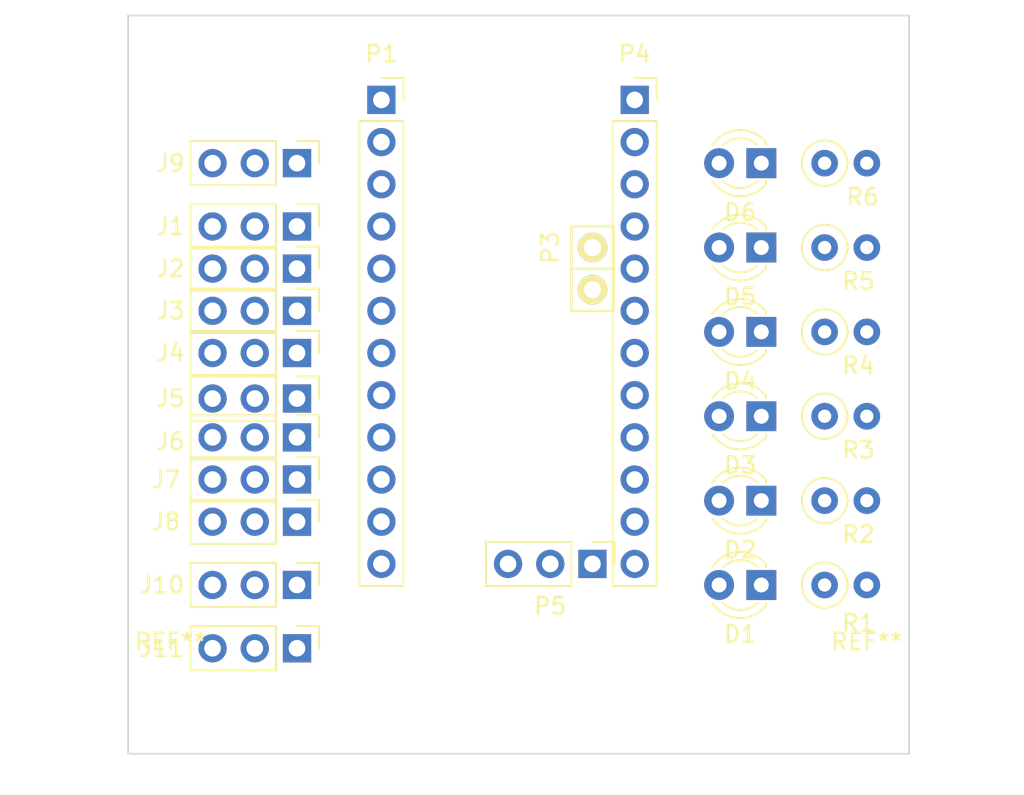
<source format=kicad_pcb>
(kicad_pcb (version 20171130) (host pcbnew "(5.1.5)-3")

  (general
    (thickness 1.6)
    (drawings 11)
    (tracks 0)
    (zones 0)
    (modules 31)
    (nets 26)
  )

  (page A4)
  (title_block
    (date 2020-06-12)
  )

  (layers
    (0 F.Cu signal)
    (31 B.Cu signal hide)
    (32 B.Adhes user hide)
    (33 F.Adhes user hide)
    (34 B.Paste user hide)
    (35 F.Paste user hide)
    (36 B.SilkS user hide)
    (37 F.SilkS user hide)
    (38 B.Mask user hide)
    (39 F.Mask user hide)
    (40 Dwgs.User user hide)
    (41 Cmts.User user hide)
    (42 Eco1.User user hide)
    (43 Eco2.User user hide)
    (44 Edge.Cuts user)
    (45 Margin user hide)
    (46 B.CrtYd user hide)
    (47 F.CrtYd user hide)
    (48 B.Fab user hide)
    (49 F.Fab user)
  )

  (setup
    (last_trace_width 0.25)
    (trace_clearance 0.2)
    (zone_clearance 0.508)
    (zone_45_only no)
    (trace_min 0.2)
    (via_size 0.6)
    (via_drill 0.4)
    (via_min_size 0.4)
    (via_min_drill 0.3)
    (uvia_size 0.3)
    (uvia_drill 0.1)
    (uvias_allowed no)
    (uvia_min_size 0.2)
    (uvia_min_drill 0.1)
    (edge_width 0.1)
    (segment_width 0.15)
    (pcb_text_width 0.3)
    (pcb_text_size 1.5 1.5)
    (mod_edge_width 0.15)
    (mod_text_size 1 1)
    (mod_text_width 0.15)
    (pad_size 1.5 1.5)
    (pad_drill 0.6)
    (pad_to_mask_clearance 0)
    (aux_axis_origin 111.76 124.46)
    (grid_origin 111.76 124.46)
    (visible_elements 7FFFFFFF)
    (pcbplotparams
      (layerselection 0x00030_80000001)
      (usegerberextensions false)
      (usegerberattributes false)
      (usegerberadvancedattributes false)
      (creategerberjobfile false)
      (excludeedgelayer true)
      (linewidth 0.100000)
      (plotframeref false)
      (viasonmask false)
      (mode 1)
      (useauxorigin false)
      (hpglpennumber 1)
      (hpglpenspeed 20)
      (hpglpendiameter 15.000000)
      (psnegative false)
      (psa4output false)
      (plotreference true)
      (plotvalue true)
      (plotinvisibletext false)
      (padsonsilk false)
      (subtractmaskfromsilk false)
      (outputformat 1)
      (mirror false)
      (drillshape 1)
      (scaleselection 1)
      (outputdirectory ""))
  )

  (net 0 "")
  (net 1 GND)
  (net 2 /A3)
  (net 3 /A2)
  (net 4 /A1)
  (net 5 /A0)
  (net 6 /D2)
  (net 7 /D3)
  (net 8 /D4)
  (net 9 /D5)
  (net 10 /D6)
  (net 11 /D7)
  (net 12 /D8)
  (net 13 /D9)
  (net 14 /D10)
  (net 15 /D11)
  (net 16 +5V)
  (net 17 "Net-(D1-Pad1)")
  (net 18 "Net-(D2-Pad1)")
  (net 19 "Net-(D3-Pad1)")
  (net 20 "Net-(D4-Pad1)")
  (net 21 "Net-(D5-Pad1)")
  (net 22 "Net-(D6-Pad1)")
  (net 23 /D0)
  (net 24 /D1)
  (net 25 /A7)

  (net_class Default "This is the default net class."
    (clearance 0.2)
    (trace_width 0.25)
    (via_dia 0.6)
    (via_drill 0.4)
    (uvia_dia 0.3)
    (uvia_drill 0.1)
    (add_net +5V)
    (add_net /A0)
    (add_net /A1)
    (add_net /A2)
    (add_net /A3)
    (add_net /A7)
    (add_net /D0)
    (add_net /D1)
    (add_net /D10)
    (add_net /D11)
    (add_net /D2)
    (add_net /D3)
    (add_net /D4)
    (add_net /D5)
    (add_net /D6)
    (add_net /D7)
    (add_net /D8)
    (add_net /D9)
    (add_net GND)
    (add_net "Net-(D1-Pad1)")
    (add_net "Net-(D2-Pad1)")
    (add_net "Net-(D3-Pad1)")
    (add_net "Net-(D4-Pad1)")
    (add_net "Net-(D5-Pad1)")
    (add_net "Net-(D6-Pad1)")
  )

  (module MountingHole:MountingHole_3.2mm_M3 locked (layer F.Cu) (tedit 56D1B4CB) (tstamp 5EE425E2)
    (at 114.3 121.92)
    (descr "Mounting Hole 3.2mm, no annular, M3")
    (tags "mounting hole 3.2mm no annular m3")
    (attr virtual)
    (fp_text reference REF** (at 0 -4.2) (layer F.SilkS)
      (effects (font (size 1 1) (thickness 0.15)))
    )
    (fp_text value MountingHole_3.2mm_M3 (at 0 4.2) (layer F.Fab)
      (effects (font (size 1 1) (thickness 0.15)))
    )
    (fp_circle (center 0 0) (end 3.45 0) (layer F.CrtYd) (width 0.05))
    (fp_circle (center 0 0) (end 3.2 0) (layer Cmts.User) (width 0.15))
    (fp_text user %R (at 0.3 0) (layer F.Fab)
      (effects (font (size 1 1) (thickness 0.15)))
    )
    (pad 1 np_thru_hole circle (at 0 0) (size 3.2 3.2) (drill 3.2) (layers *.Cu *.Mask))
  )

  (module MountingHole:MountingHole_3.2mm_M3 locked (layer F.Cu) (tedit 56D1B4CB) (tstamp 5EE425BE)
    (at 156.21 121.92)
    (descr "Mounting Hole 3.2mm, no annular, M3")
    (tags "mounting hole 3.2mm no annular m3")
    (attr virtual)
    (fp_text reference REF** (at 0 -4.2) (layer F.SilkS)
      (effects (font (size 1 1) (thickness 0.15)))
    )
    (fp_text value MountingHole_3.2mm_M3 (at 0 4.2) (layer F.Fab)
      (effects (font (size 1 1) (thickness 0.15)))
    )
    (fp_circle (center 0 0) (end 3.45 0) (layer F.CrtYd) (width 0.05))
    (fp_circle (center 0 0) (end 3.2 0) (layer Cmts.User) (width 0.15))
    (fp_text user %R (at 0.3 0) (layer F.Fab)
      (effects (font (size 1 1) (thickness 0.15)))
    )
    (pad 1 np_thru_hole circle (at 0 0) (size 3.2 3.2) (drill 3.2) (layers *.Cu *.Mask))
  )

  (module MountingHole:MountingHole_3.2mm_M3 locked (layer F.Cu) (tedit 56D1B4CB) (tstamp 5EE4259A)
    (at 156.21 82.55)
    (descr "Mounting Hole 3.2mm, no annular, M3")
    (tags "mounting hole 3.2mm no annular m3")
    (attr virtual)
    (fp_text reference REF** (at 0 -4.2) (layer F.SilkS)
      (effects (font (size 1 1) (thickness 0.15)))
    )
    (fp_text value MountingHole_3.2mm_M3 (at 0 4.2) (layer F.Fab)
      (effects (font (size 1 1) (thickness 0.15)))
    )
    (fp_circle (center 0 0) (end 3.45 0) (layer F.CrtYd) (width 0.05))
    (fp_circle (center 0 0) (end 3.2 0) (layer Cmts.User) (width 0.15))
    (fp_text user %R (at 0.3 0) (layer F.Fab)
      (effects (font (size 1 1) (thickness 0.15)))
    )
    (pad 1 np_thru_hole circle (at 0 0) (size 3.2 3.2) (drill 3.2) (layers *.Cu *.Mask))
  )

  (module MountingHole:MountingHole_3.2mm_M3 locked (layer F.Cu) (tedit 56D1B4CB) (tstamp 5EE42576)
    (at 114.3 82.55)
    (descr "Mounting Hole 3.2mm, no annular, M3")
    (tags "mounting hole 3.2mm no annular m3")
    (attr virtual)
    (fp_text reference REF** (at 0 -4.2) (layer F.SilkS)
      (effects (font (size 1 1) (thickness 0.15)))
    )
    (fp_text value MountingHole_3.2mm_M3 (at 0 4.2) (layer F.Fab)
      (effects (font (size 1 1) (thickness 0.15)))
    )
    (fp_circle (center 0 0) (end 3.45 0) (layer F.CrtYd) (width 0.05))
    (fp_circle (center 0 0) (end 3.2 0) (layer Cmts.User) (width 0.15))
    (fp_text user %R (at 0.3 0) (layer F.Fab)
      (effects (font (size 1 1) (thickness 0.15)))
    )
    (pad 1 np_thru_hole circle (at 0 0) (size 3.2 3.2) (drill 3.2) (layers *.Cu *.Mask))
  )

  (module Socket_Arduino_Pro_Mini:Socket_Strip_Arduino_1x02 locked (layer F.Cu) (tedit 55211235) (tstamp 552111F2)
    (at 139.7 93.98 270)
    (descr "Through hole socket strip")
    (tags "socket strip")
    (path /56D74FB3)
    (fp_text reference P3 (at 0 2.54 270) (layer F.SilkS)
      (effects (font (size 1 1) (thickness 0.15)))
    )
    (fp_text value ADC (at 2.54 2.54 270) (layer F.Fab)
      (effects (font (size 1 1) (thickness 0.15)))
    )
    (fp_line (start 1.27 -1.27) (end -1.27 -1.27) (layer F.SilkS) (width 0.15))
    (fp_line (start -1.27 -1.27) (end -1.27 1.27) (layer F.SilkS) (width 0.15))
    (fp_line (start -1.27 1.27) (end 1.27 1.27) (layer F.SilkS) (width 0.15))
    (fp_line (start 3.81 1.27) (end 1.27 1.27) (layer F.SilkS) (width 0.15))
    (fp_line (start -1.75 -1.75) (end -1.75 1.75) (layer F.CrtYd) (width 0.05))
    (fp_line (start 4.3 -1.75) (end 4.3 1.75) (layer F.CrtYd) (width 0.05))
    (fp_line (start -1.75 -1.75) (end 4.3 -1.75) (layer F.CrtYd) (width 0.05))
    (fp_line (start -1.75 1.75) (end 4.3 1.75) (layer F.CrtYd) (width 0.05))
    (fp_line (start 1.27 1.27) (end 1.27 -1.27) (layer F.SilkS) (width 0.15))
    (fp_line (start 1.27 -1.27) (end 3.81 -1.27) (layer F.SilkS) (width 0.15))
    (fp_line (start 3.81 -1.27) (end 3.81 1.27) (layer F.SilkS) (width 0.15))
    (pad 1 thru_hole circle (at 0 0 270) (size 1.778 1.778) (drill 1.016) (layers *.Cu *.Mask F.SilkS))
    (pad 2 thru_hole circle (at 2.54 0 270) (size 1.778 1.778) (drill 1.016) (layers *.Cu *.Mask F.SilkS))
  )

  (module Connector_PinHeader_2.54mm:PinHeader_1x03_P2.54mm_Vertical (layer F.Cu) (tedit 59FED5CC) (tstamp 5EC5C36A)
    (at 121.92 92.71 270)
    (descr "Through hole straight pin header, 1x03, 2.54mm pitch, single row")
    (tags "Through hole pin header THT 1x03 2.54mm single row")
    (path /5EC91016)
    (fp_text reference J1 (at 0 7.62 180) (layer F.SilkS)
      (effects (font (size 1 1) (thickness 0.15)))
    )
    (fp_text value "Rx Output" (at 0 11.43 180) (layer F.Fab)
      (effects (font (size 1 1) (thickness 0.15)))
    )
    (fp_line (start -0.635 -1.27) (end 1.27 -1.27) (layer F.Fab) (width 0.1))
    (fp_line (start 1.27 -1.27) (end 1.27 6.35) (layer F.Fab) (width 0.1))
    (fp_line (start 1.27 6.35) (end -1.27 6.35) (layer F.Fab) (width 0.1))
    (fp_line (start -1.27 6.35) (end -1.27 -0.635) (layer F.Fab) (width 0.1))
    (fp_line (start -1.27 -0.635) (end -0.635 -1.27) (layer F.Fab) (width 0.1))
    (fp_line (start -1.33 6.41) (end 1.33 6.41) (layer F.SilkS) (width 0.12))
    (fp_line (start -1.33 1.27) (end -1.33 6.41) (layer F.SilkS) (width 0.12))
    (fp_line (start 1.33 1.27) (end 1.33 6.41) (layer F.SilkS) (width 0.12))
    (fp_line (start -1.33 1.27) (end 1.33 1.27) (layer F.SilkS) (width 0.12))
    (fp_line (start -1.33 0) (end -1.33 -1.33) (layer F.SilkS) (width 0.12))
    (fp_line (start -1.33 -1.33) (end 0 -1.33) (layer F.SilkS) (width 0.12))
    (fp_line (start -1.8 -1.8) (end -1.8 6.85) (layer F.CrtYd) (width 0.05))
    (fp_line (start -1.8 6.85) (end 1.8 6.85) (layer F.CrtYd) (width 0.05))
    (fp_line (start 1.8 6.85) (end 1.8 -1.8) (layer F.CrtYd) (width 0.05))
    (fp_line (start 1.8 -1.8) (end -1.8 -1.8) (layer F.CrtYd) (width 0.05))
    (fp_text user %R (at 0 2.54) (layer F.Fab)
      (effects (font (size 1 1) (thickness 0.15)))
    )
    (pad 1 thru_hole rect (at 0 0 270) (size 1.7 1.7) (drill 1) (layers *.Cu *.Mask)
      (net 23 /D0))
    (pad 2 thru_hole oval (at 0 2.54 270) (size 1.7 1.7) (drill 1) (layers *.Cu *.Mask)
      (net 16 +5V))
    (pad 3 thru_hole oval (at 0 5.08 270) (size 1.7 1.7) (drill 1) (layers *.Cu *.Mask)
      (net 1 GND))
    (model ${KISYS3DMOD}/Connector_PinHeader_2.54mm.3dshapes/PinHeader_1x03_P2.54mm_Vertical.wrl
      (at (xyz 0 0 0))
      (scale (xyz 1 1 1))
      (rotate (xyz 0 0 0))
    )
  )

  (module Connector_PinSocket_2.54mm:PinSocket_1x12_P2.54mm_Vertical locked (layer F.Cu) (tedit 5A19A41D) (tstamp 5EC5C00B)
    (at 127 85.09)
    (descr "Through hole straight socket strip, 1x12, 2.54mm pitch, single row (from Kicad 4.0.7), script generated")
    (tags "Through hole socket strip THT 1x12 2.54mm single row")
    (path /56D754D1)
    (fp_text reference P1 (at 0 -2.77) (layer F.SilkS)
      (effects (font (size 1 1) (thickness 0.15)))
    )
    (fp_text value Digital (at 0 30.71) (layer F.Fab)
      (effects (font (size 1 1) (thickness 0.15)))
    )
    (fp_line (start -1.27 -1.27) (end 0.635 -1.27) (layer F.Fab) (width 0.1))
    (fp_line (start 0.635 -1.27) (end 1.27 -0.635) (layer F.Fab) (width 0.1))
    (fp_line (start 1.27 -0.635) (end 1.27 29.21) (layer F.Fab) (width 0.1))
    (fp_line (start 1.27 29.21) (end -1.27 29.21) (layer F.Fab) (width 0.1))
    (fp_line (start -1.27 29.21) (end -1.27 -1.27) (layer F.Fab) (width 0.1))
    (fp_line (start -1.33 1.27) (end 1.33 1.27) (layer F.SilkS) (width 0.12))
    (fp_line (start -1.33 1.27) (end -1.33 29.27) (layer F.SilkS) (width 0.12))
    (fp_line (start -1.33 29.27) (end 1.33 29.27) (layer F.SilkS) (width 0.12))
    (fp_line (start 1.33 1.27) (end 1.33 29.27) (layer F.SilkS) (width 0.12))
    (fp_line (start 1.33 -1.33) (end 1.33 0) (layer F.SilkS) (width 0.12))
    (fp_line (start 0 -1.33) (end 1.33 -1.33) (layer F.SilkS) (width 0.12))
    (fp_line (start -1.8 -1.8) (end 1.75 -1.8) (layer F.CrtYd) (width 0.05))
    (fp_line (start 1.75 -1.8) (end 1.75 29.7) (layer F.CrtYd) (width 0.05))
    (fp_line (start 1.75 29.7) (end -1.8 29.7) (layer F.CrtYd) (width 0.05))
    (fp_line (start -1.8 29.7) (end -1.8 -1.8) (layer F.CrtYd) (width 0.05))
    (fp_text user %R (at 0 13.97 90) (layer F.Fab)
      (effects (font (size 1 1) (thickness 0.15)))
    )
    (pad 1 thru_hole rect (at 0 0) (size 1.7 1.7) (drill 1) (layers *.Cu *.Mask)
      (net 24 /D1))
    (pad 2 thru_hole oval (at 0 2.54) (size 1.7 1.7) (drill 1) (layers *.Cu *.Mask)
      (net 23 /D0))
    (pad 3 thru_hole oval (at 0 5.08) (size 1.7 1.7) (drill 1) (layers *.Cu *.Mask))
    (pad 4 thru_hole oval (at 0 7.62) (size 1.7 1.7) (drill 1) (layers *.Cu *.Mask)
      (net 1 GND))
    (pad 5 thru_hole oval (at 0 10.16) (size 1.7 1.7) (drill 1) (layers *.Cu *.Mask)
      (net 6 /D2))
    (pad 6 thru_hole oval (at 0 12.7) (size 1.7 1.7) (drill 1) (layers *.Cu *.Mask)
      (net 7 /D3))
    (pad 7 thru_hole oval (at 0 15.24) (size 1.7 1.7) (drill 1) (layers *.Cu *.Mask)
      (net 8 /D4))
    (pad 8 thru_hole oval (at 0 17.78) (size 1.7 1.7) (drill 1) (layers *.Cu *.Mask)
      (net 9 /D5))
    (pad 9 thru_hole oval (at 0 20.32) (size 1.7 1.7) (drill 1) (layers *.Cu *.Mask)
      (net 10 /D6))
    (pad 10 thru_hole oval (at 0 22.86) (size 1.7 1.7) (drill 1) (layers *.Cu *.Mask)
      (net 11 /D7))
    (pad 11 thru_hole oval (at 0 25.4) (size 1.7 1.7) (drill 1) (layers *.Cu *.Mask)
      (net 12 /D8))
    (pad 12 thru_hole oval (at 0 27.94) (size 1.7 1.7) (drill 1) (layers *.Cu *.Mask)
      (net 13 /D9))
    (model ${KISYS3DMOD}/Connector_PinSocket_2.54mm.3dshapes/PinSocket_1x12_P2.54mm_Vertical.wrl
      (at (xyz 0 0 0))
      (scale (xyz 1 1 1))
      (rotate (xyz 0 0 0))
    )
  )

  (module Connector_PinSocket_2.54mm:PinSocket_1x12_P2.54mm_Vertical locked (layer F.Cu) (tedit 5A19A41D) (tstamp 5EC5C02A)
    (at 142.24 85.09)
    (descr "Through hole straight socket strip, 1x12, 2.54mm pitch, single row (from Kicad 4.0.7), script generated")
    (tags "Through hole socket strip THT 1x12 2.54mm single row")
    (path /56D755F3)
    (fp_text reference P4 (at 0 -2.77) (layer F.SilkS)
      (effects (font (size 1 1) (thickness 0.15)))
    )
    (fp_text value Analog (at 0 30.71) (layer F.Fab)
      (effects (font (size 1 1) (thickness 0.15)))
    )
    (fp_text user %R (at 0 13.97 90) (layer F.Fab)
      (effects (font (size 1 1) (thickness 0.15)))
    )
    (fp_line (start -1.8 29.7) (end -1.8 -1.8) (layer F.CrtYd) (width 0.05))
    (fp_line (start 1.75 29.7) (end -1.8 29.7) (layer F.CrtYd) (width 0.05))
    (fp_line (start 1.75 -1.8) (end 1.75 29.7) (layer F.CrtYd) (width 0.05))
    (fp_line (start -1.8 -1.8) (end 1.75 -1.8) (layer F.CrtYd) (width 0.05))
    (fp_line (start 0 -1.33) (end 1.33 -1.33) (layer F.SilkS) (width 0.12))
    (fp_line (start 1.33 -1.33) (end 1.33 0) (layer F.SilkS) (width 0.12))
    (fp_line (start 1.33 1.27) (end 1.33 29.27) (layer F.SilkS) (width 0.12))
    (fp_line (start -1.33 29.27) (end 1.33 29.27) (layer F.SilkS) (width 0.12))
    (fp_line (start -1.33 1.27) (end -1.33 29.27) (layer F.SilkS) (width 0.12))
    (fp_line (start -1.33 1.27) (end 1.33 1.27) (layer F.SilkS) (width 0.12))
    (fp_line (start -1.27 29.21) (end -1.27 -1.27) (layer F.Fab) (width 0.1))
    (fp_line (start 1.27 29.21) (end -1.27 29.21) (layer F.Fab) (width 0.1))
    (fp_line (start 1.27 -0.635) (end 1.27 29.21) (layer F.Fab) (width 0.1))
    (fp_line (start 0.635 -1.27) (end 1.27 -0.635) (layer F.Fab) (width 0.1))
    (fp_line (start -1.27 -1.27) (end 0.635 -1.27) (layer F.Fab) (width 0.1))
    (pad 12 thru_hole oval (at 0 27.94) (size 1.7 1.7) (drill 1) (layers *.Cu *.Mask)
      (net 14 /D10))
    (pad 11 thru_hole oval (at 0 25.4) (size 1.7 1.7) (drill 1) (layers *.Cu *.Mask)
      (net 15 /D11))
    (pad 10 thru_hole oval (at 0 22.86) (size 1.7 1.7) (drill 1) (layers *.Cu *.Mask))
    (pad 9 thru_hole oval (at 0 20.32) (size 1.7 1.7) (drill 1) (layers *.Cu *.Mask))
    (pad 8 thru_hole oval (at 0 17.78) (size 1.7 1.7) (drill 1) (layers *.Cu *.Mask)
      (net 5 /A0))
    (pad 7 thru_hole oval (at 0 15.24) (size 1.7 1.7) (drill 1) (layers *.Cu *.Mask)
      (net 4 /A1))
    (pad 6 thru_hole oval (at 0 12.7) (size 1.7 1.7) (drill 1) (layers *.Cu *.Mask)
      (net 3 /A2))
    (pad 5 thru_hole oval (at 0 10.16) (size 1.7 1.7) (drill 1) (layers *.Cu *.Mask)
      (net 2 /A3))
    (pad 4 thru_hole oval (at 0 7.62) (size 1.7 1.7) (drill 1) (layers *.Cu *.Mask)
      (net 16 +5V))
    (pad 3 thru_hole oval (at 0 5.08) (size 1.7 1.7) (drill 1) (layers *.Cu *.Mask)
      (net 1 GND))
    (pad 2 thru_hole oval (at 0 2.54) (size 1.7 1.7) (drill 1) (layers *.Cu *.Mask))
    (pad 1 thru_hole rect (at 0 0) (size 1.7 1.7) (drill 1) (layers *.Cu *.Mask))
    (model ${KISYS3DMOD}/Connector_PinSocket_2.54mm.3dshapes/PinSocket_1x12_P2.54mm_Vertical.wrl
      (at (xyz 0 0 0))
      (scale (xyz 1 1 1))
      (rotate (xyz 0 0 0))
    )
  )

  (module LED_THT:LED_D3.0mm (layer F.Cu) (tedit 587A3A7B) (tstamp 5EE4023B)
    (at 149.86 114.3 180)
    (descr "LED, diameter 3.0mm, 2 pins")
    (tags "LED diameter 3.0mm 2 pins")
    (path /5EE77163)
    (fp_text reference D1 (at 1.27 -2.96) (layer F.SilkS)
      (effects (font (size 1 1) (thickness 0.15)))
    )
    (fp_text value RED1 (at 1.27 -3.048) (layer F.Fab)
      (effects (font (size 1 1) (thickness 0.15)))
    )
    (fp_arc (start 1.27 0) (end -0.23 -1.16619) (angle 284.3) (layer F.Fab) (width 0.1))
    (fp_arc (start 1.27 0) (end -0.29 -1.235516) (angle 108.8) (layer F.SilkS) (width 0.12))
    (fp_arc (start 1.27 0) (end -0.29 1.235516) (angle -108.8) (layer F.SilkS) (width 0.12))
    (fp_arc (start 1.27 0) (end 0.229039 -1.08) (angle 87.9) (layer F.SilkS) (width 0.12))
    (fp_arc (start 1.27 0) (end 0.229039 1.08) (angle -87.9) (layer F.SilkS) (width 0.12))
    (fp_circle (center 1.27 0) (end 2.77 0) (layer F.Fab) (width 0.1))
    (fp_line (start -0.23 -1.16619) (end -0.23 1.16619) (layer F.Fab) (width 0.1))
    (fp_line (start -0.29 -1.236) (end -0.29 -1.08) (layer F.SilkS) (width 0.12))
    (fp_line (start -0.29 1.08) (end -0.29 1.236) (layer F.SilkS) (width 0.12))
    (fp_line (start -1.15 -2.25) (end -1.15 2.25) (layer F.CrtYd) (width 0.05))
    (fp_line (start -1.15 2.25) (end 3.7 2.25) (layer F.CrtYd) (width 0.05))
    (fp_line (start 3.7 2.25) (end 3.7 -2.25) (layer F.CrtYd) (width 0.05))
    (fp_line (start 3.7 -2.25) (end -1.15 -2.25) (layer F.CrtYd) (width 0.05))
    (pad 1 thru_hole rect (at 0 0 180) (size 1.8 1.8) (drill 0.9) (layers *.Cu *.Mask)
      (net 17 "Net-(D1-Pad1)"))
    (pad 2 thru_hole circle (at 2.54 0 180) (size 1.8 1.8) (drill 0.9) (layers *.Cu *.Mask)
      (net 14 /D10))
    (model ${KISYS3DMOD}/LED_THT.3dshapes/LED_D3.0mm.wrl
      (at (xyz 0 0 0))
      (scale (xyz 1 1 1))
      (rotate (xyz 0 0 0))
    )
  )

  (module LED_THT:LED_D3.0mm (layer F.Cu) (tedit 587A3A7B) (tstamp 5EE4024E)
    (at 149.86 109.22 180)
    (descr "LED, diameter 3.0mm, 2 pins")
    (tags "LED diameter 3.0mm 2 pins")
    (path /5EE7CEE8)
    (fp_text reference D2 (at 1.27 -2.96) (layer F.SilkS)
      (effects (font (size 1 1) (thickness 0.15)))
    )
    (fp_text value RED2 (at 1.27 -2.794) (layer F.Fab)
      (effects (font (size 1 1) (thickness 0.15)))
    )
    (fp_line (start 3.7 -2.25) (end -1.15 -2.25) (layer F.CrtYd) (width 0.05))
    (fp_line (start 3.7 2.25) (end 3.7 -2.25) (layer F.CrtYd) (width 0.05))
    (fp_line (start -1.15 2.25) (end 3.7 2.25) (layer F.CrtYd) (width 0.05))
    (fp_line (start -1.15 -2.25) (end -1.15 2.25) (layer F.CrtYd) (width 0.05))
    (fp_line (start -0.29 1.08) (end -0.29 1.236) (layer F.SilkS) (width 0.12))
    (fp_line (start -0.29 -1.236) (end -0.29 -1.08) (layer F.SilkS) (width 0.12))
    (fp_line (start -0.23 -1.16619) (end -0.23 1.16619) (layer F.Fab) (width 0.1))
    (fp_circle (center 1.27 0) (end 2.77 0) (layer F.Fab) (width 0.1))
    (fp_arc (start 1.27 0) (end 0.229039 1.08) (angle -87.9) (layer F.SilkS) (width 0.12))
    (fp_arc (start 1.27 0) (end 0.229039 -1.08) (angle 87.9) (layer F.SilkS) (width 0.12))
    (fp_arc (start 1.27 0) (end -0.29 1.235516) (angle -108.8) (layer F.SilkS) (width 0.12))
    (fp_arc (start 1.27 0) (end -0.29 -1.235516) (angle 108.8) (layer F.SilkS) (width 0.12))
    (fp_arc (start 1.27 0) (end -0.23 -1.16619) (angle 284.3) (layer F.Fab) (width 0.1))
    (pad 2 thru_hole circle (at 2.54 0 180) (size 1.8 1.8) (drill 0.9) (layers *.Cu *.Mask)
      (net 15 /D11))
    (pad 1 thru_hole rect (at 0 0 180) (size 1.8 1.8) (drill 0.9) (layers *.Cu *.Mask)
      (net 18 "Net-(D2-Pad1)"))
    (model ${KISYS3DMOD}/LED_THT.3dshapes/LED_D3.0mm.wrl
      (at (xyz 0 0 0))
      (scale (xyz 1 1 1))
      (rotate (xyz 0 0 0))
    )
  )

  (module LED_THT:LED_D3.0mm (layer F.Cu) (tedit 587A3A7B) (tstamp 5EE40261)
    (at 149.86 104.14 180)
    (descr "LED, diameter 3.0mm, 2 pins")
    (tags "LED diameter 3.0mm 2 pins")
    (path /5EEA272F)
    (fp_text reference D3 (at 1.27 -2.96) (layer F.SilkS)
      (effects (font (size 1 1) (thickness 0.15)))
    )
    (fp_text value GREEN1 (at 1.016 -2.286) (layer F.Fab)
      (effects (font (size 1 1) (thickness 0.15)))
    )
    (fp_line (start 3.7 -2.25) (end -1.15 -2.25) (layer F.CrtYd) (width 0.05))
    (fp_line (start 3.7 2.25) (end 3.7 -2.25) (layer F.CrtYd) (width 0.05))
    (fp_line (start -1.15 2.25) (end 3.7 2.25) (layer F.CrtYd) (width 0.05))
    (fp_line (start -1.15 -2.25) (end -1.15 2.25) (layer F.CrtYd) (width 0.05))
    (fp_line (start -0.29 1.08) (end -0.29 1.236) (layer F.SilkS) (width 0.12))
    (fp_line (start -0.29 -1.236) (end -0.29 -1.08) (layer F.SilkS) (width 0.12))
    (fp_line (start -0.23 -1.16619) (end -0.23 1.16619) (layer F.Fab) (width 0.1))
    (fp_circle (center 1.27 0) (end 2.77 0) (layer F.Fab) (width 0.1))
    (fp_arc (start 1.27 0) (end 0.229039 1.08) (angle -87.9) (layer F.SilkS) (width 0.12))
    (fp_arc (start 1.27 0) (end 0.229039 -1.08) (angle 87.9) (layer F.SilkS) (width 0.12))
    (fp_arc (start 1.27 0) (end -0.29 1.235516) (angle -108.8) (layer F.SilkS) (width 0.12))
    (fp_arc (start 1.27 0) (end -0.29 -1.235516) (angle 108.8) (layer F.SilkS) (width 0.12))
    (fp_arc (start 1.27 0) (end -0.23 -1.16619) (angle 284.3) (layer F.Fab) (width 0.1))
    (pad 2 thru_hole circle (at 2.54 0 180) (size 1.8 1.8) (drill 0.9) (layers *.Cu *.Mask)
      (net 5 /A0))
    (pad 1 thru_hole rect (at 0 0 180) (size 1.8 1.8) (drill 0.9) (layers *.Cu *.Mask)
      (net 19 "Net-(D3-Pad1)"))
    (model ${KISYS3DMOD}/LED_THT.3dshapes/LED_D3.0mm.wrl
      (at (xyz 0 0 0))
      (scale (xyz 1 1 1))
      (rotate (xyz 0 0 0))
    )
  )

  (module LED_THT:LED_D3.0mm (layer F.Cu) (tedit 587A3A7B) (tstamp 5EE40274)
    (at 149.86 99.06 180)
    (descr "LED, diameter 3.0mm, 2 pins")
    (tags "LED diameter 3.0mm 2 pins")
    (path /5EEA2743)
    (fp_text reference D4 (at 1.27 -2.96) (layer F.SilkS)
      (effects (font (size 1 1) (thickness 0.15)))
    )
    (fp_text value GREEN2 (at 1.016 -2.54) (layer F.Fab)
      (effects (font (size 1 1) (thickness 0.15)))
    )
    (fp_arc (start 1.27 0) (end -0.23 -1.16619) (angle 284.3) (layer F.Fab) (width 0.1))
    (fp_arc (start 1.27 0) (end -0.29 -1.235516) (angle 108.8) (layer F.SilkS) (width 0.12))
    (fp_arc (start 1.27 0) (end -0.29 1.235516) (angle -108.8) (layer F.SilkS) (width 0.12))
    (fp_arc (start 1.27 0) (end 0.229039 -1.08) (angle 87.9) (layer F.SilkS) (width 0.12))
    (fp_arc (start 1.27 0) (end 0.229039 1.08) (angle -87.9) (layer F.SilkS) (width 0.12))
    (fp_circle (center 1.27 0) (end 2.77 0) (layer F.Fab) (width 0.1))
    (fp_line (start -0.23 -1.16619) (end -0.23 1.16619) (layer F.Fab) (width 0.1))
    (fp_line (start -0.29 -1.236) (end -0.29 -1.08) (layer F.SilkS) (width 0.12))
    (fp_line (start -0.29 1.08) (end -0.29 1.236) (layer F.SilkS) (width 0.12))
    (fp_line (start -1.15 -2.25) (end -1.15 2.25) (layer F.CrtYd) (width 0.05))
    (fp_line (start -1.15 2.25) (end 3.7 2.25) (layer F.CrtYd) (width 0.05))
    (fp_line (start 3.7 2.25) (end 3.7 -2.25) (layer F.CrtYd) (width 0.05))
    (fp_line (start 3.7 -2.25) (end -1.15 -2.25) (layer F.CrtYd) (width 0.05))
    (pad 1 thru_hole rect (at 0 0 180) (size 1.8 1.8) (drill 0.9) (layers *.Cu *.Mask)
      (net 20 "Net-(D4-Pad1)"))
    (pad 2 thru_hole circle (at 2.54 0 180) (size 1.8 1.8) (drill 0.9) (layers *.Cu *.Mask)
      (net 4 /A1))
    (model ${KISYS3DMOD}/LED_THT.3dshapes/LED_D3.0mm.wrl
      (at (xyz 0 0 0))
      (scale (xyz 1 1 1))
      (rotate (xyz 0 0 0))
    )
  )

  (module LED_THT:LED_D3.0mm (layer F.Cu) (tedit 587A3A7B) (tstamp 5EE40287)
    (at 149.86 93.98 180)
    (descr "LED, diameter 3.0mm, 2 pins")
    (tags "LED diameter 3.0mm 2 pins")
    (path /5EE9D094)
    (fp_text reference D5 (at 1.27 -2.96) (layer F.SilkS)
      (effects (font (size 1 1) (thickness 0.15)))
    )
    (fp_text value YELLOW1 (at 1.016 -2.54) (layer F.Fab)
      (effects (font (size 1 1) (thickness 0.15)))
    )
    (fp_line (start 3.7 -2.25) (end -1.15 -2.25) (layer F.CrtYd) (width 0.05))
    (fp_line (start 3.7 2.25) (end 3.7 -2.25) (layer F.CrtYd) (width 0.05))
    (fp_line (start -1.15 2.25) (end 3.7 2.25) (layer F.CrtYd) (width 0.05))
    (fp_line (start -1.15 -2.25) (end -1.15 2.25) (layer F.CrtYd) (width 0.05))
    (fp_line (start -0.29 1.08) (end -0.29 1.236) (layer F.SilkS) (width 0.12))
    (fp_line (start -0.29 -1.236) (end -0.29 -1.08) (layer F.SilkS) (width 0.12))
    (fp_line (start -0.23 -1.16619) (end -0.23 1.16619) (layer F.Fab) (width 0.1))
    (fp_circle (center 1.27 0) (end 2.77 0) (layer F.Fab) (width 0.1))
    (fp_arc (start 1.27 0) (end 0.229039 1.08) (angle -87.9) (layer F.SilkS) (width 0.12))
    (fp_arc (start 1.27 0) (end 0.229039 -1.08) (angle 87.9) (layer F.SilkS) (width 0.12))
    (fp_arc (start 1.27 0) (end -0.29 1.235516) (angle -108.8) (layer F.SilkS) (width 0.12))
    (fp_arc (start 1.27 0) (end -0.29 -1.235516) (angle 108.8) (layer F.SilkS) (width 0.12))
    (fp_arc (start 1.27 0) (end -0.23 -1.16619) (angle 284.3) (layer F.Fab) (width 0.1))
    (pad 2 thru_hole circle (at 2.54 0 180) (size 1.8 1.8) (drill 0.9) (layers *.Cu *.Mask)
      (net 3 /A2))
    (pad 1 thru_hole rect (at 0 0 180) (size 1.8 1.8) (drill 0.9) (layers *.Cu *.Mask)
      (net 21 "Net-(D5-Pad1)"))
    (model ${KISYS3DMOD}/LED_THT.3dshapes/LED_D3.0mm.wrl
      (at (xyz 0 0 0))
      (scale (xyz 1 1 1))
      (rotate (xyz 0 0 0))
    )
  )

  (module LED_THT:LED_D3.0mm (layer F.Cu) (tedit 587A3A7B) (tstamp 5EE4029A)
    (at 149.86 88.9 180)
    (descr "LED, diameter 3.0mm, 2 pins")
    (tags "LED diameter 3.0mm 2 pins")
    (path /5EEA8009)
    (fp_text reference D6 (at 1.27 -2.96) (layer F.SilkS)
      (effects (font (size 1 1) (thickness 0.15)))
    )
    (fp_text value YELLOW2 (at 1.016 -2.54) (layer F.Fab)
      (effects (font (size 1 1) (thickness 0.15)))
    )
    (fp_arc (start 1.27 0) (end -0.23 -1.16619) (angle 284.3) (layer F.Fab) (width 0.1))
    (fp_arc (start 1.27 0) (end -0.29 -1.235516) (angle 108.8) (layer F.SilkS) (width 0.12))
    (fp_arc (start 1.27 0) (end -0.29 1.235516) (angle -108.8) (layer F.SilkS) (width 0.12))
    (fp_arc (start 1.27 0) (end 0.229039 -1.08) (angle 87.9) (layer F.SilkS) (width 0.12))
    (fp_arc (start 1.27 0) (end 0.229039 1.08) (angle -87.9) (layer F.SilkS) (width 0.12))
    (fp_circle (center 1.27 0) (end 2.77 0) (layer F.Fab) (width 0.1))
    (fp_line (start -0.23 -1.16619) (end -0.23 1.16619) (layer F.Fab) (width 0.1))
    (fp_line (start -0.29 -1.236) (end -0.29 -1.08) (layer F.SilkS) (width 0.12))
    (fp_line (start -0.29 1.08) (end -0.29 1.236) (layer F.SilkS) (width 0.12))
    (fp_line (start -1.15 -2.25) (end -1.15 2.25) (layer F.CrtYd) (width 0.05))
    (fp_line (start -1.15 2.25) (end 3.7 2.25) (layer F.CrtYd) (width 0.05))
    (fp_line (start 3.7 2.25) (end 3.7 -2.25) (layer F.CrtYd) (width 0.05))
    (fp_line (start 3.7 -2.25) (end -1.15 -2.25) (layer F.CrtYd) (width 0.05))
    (pad 1 thru_hole rect (at 0 0 180) (size 1.8 1.8) (drill 0.9) (layers *.Cu *.Mask)
      (net 22 "Net-(D6-Pad1)"))
    (pad 2 thru_hole circle (at 2.54 0 180) (size 1.8 1.8) (drill 0.9) (layers *.Cu *.Mask)
      (net 2 /A3))
    (model ${KISYS3DMOD}/LED_THT.3dshapes/LED_D3.0mm.wrl
      (at (xyz 0 0 0))
      (scale (xyz 1 1 1))
      (rotate (xyz 0 0 0))
    )
  )

  (module Connector_PinHeader_2.54mm:PinHeader_1x03_P2.54mm_Vertical (layer F.Cu) (tedit 59FED5CC) (tstamp 5EE402B1)
    (at 121.92 95.25 270)
    (descr "Through hole straight pin header, 1x03, 2.54mm pitch, single row")
    (tags "Through hole pin header THT 1x03 2.54mm single row")
    (path /5EE4413D)
    (fp_text reference J2 (at 0 7.62 180) (layer F.SilkS)
      (effects (font (size 1 1) (thickness 0.15)))
    )
    (fp_text value Sensor1 (at 0 11.43 180) (layer F.Fab)
      (effects (font (size 1 1) (thickness 0.15)))
    )
    (fp_text user %R (at 0 2.54) (layer F.Fab)
      (effects (font (size 1 1) (thickness 0.15)))
    )
    (fp_line (start 1.8 -1.8) (end -1.8 -1.8) (layer F.CrtYd) (width 0.05))
    (fp_line (start 1.8 6.85) (end 1.8 -1.8) (layer F.CrtYd) (width 0.05))
    (fp_line (start -1.8 6.85) (end 1.8 6.85) (layer F.CrtYd) (width 0.05))
    (fp_line (start -1.8 -1.8) (end -1.8 6.85) (layer F.CrtYd) (width 0.05))
    (fp_line (start -1.33 -1.33) (end 0 -1.33) (layer F.SilkS) (width 0.12))
    (fp_line (start -1.33 0) (end -1.33 -1.33) (layer F.SilkS) (width 0.12))
    (fp_line (start -1.33 1.27) (end 1.33 1.27) (layer F.SilkS) (width 0.12))
    (fp_line (start 1.33 1.27) (end 1.33 6.41) (layer F.SilkS) (width 0.12))
    (fp_line (start -1.33 1.27) (end -1.33 6.41) (layer F.SilkS) (width 0.12))
    (fp_line (start -1.33 6.41) (end 1.33 6.41) (layer F.SilkS) (width 0.12))
    (fp_line (start -1.27 -0.635) (end -0.635 -1.27) (layer F.Fab) (width 0.1))
    (fp_line (start -1.27 6.35) (end -1.27 -0.635) (layer F.Fab) (width 0.1))
    (fp_line (start 1.27 6.35) (end -1.27 6.35) (layer F.Fab) (width 0.1))
    (fp_line (start 1.27 -1.27) (end 1.27 6.35) (layer F.Fab) (width 0.1))
    (fp_line (start -0.635 -1.27) (end 1.27 -1.27) (layer F.Fab) (width 0.1))
    (pad 3 thru_hole oval (at 0 5.08 270) (size 1.7 1.7) (drill 1) (layers *.Cu *.Mask)
      (net 1 GND))
    (pad 2 thru_hole oval (at 0 2.54 270) (size 1.7 1.7) (drill 1) (layers *.Cu *.Mask)
      (net 16 +5V))
    (pad 1 thru_hole rect (at 0 0 270) (size 1.7 1.7) (drill 1) (layers *.Cu *.Mask)
      (net 6 /D2))
    (model ${KISYS3DMOD}/Connector_PinHeader_2.54mm.3dshapes/PinHeader_1x03_P2.54mm_Vertical.wrl
      (at (xyz 0 0 0))
      (scale (xyz 1 1 1))
      (rotate (xyz 0 0 0))
    )
  )

  (module Connector_PinHeader_2.54mm:PinHeader_1x03_P2.54mm_Vertical (layer F.Cu) (tedit 59FED5CC) (tstamp 5EE402C8)
    (at 121.92 97.79 270)
    (descr "Through hole straight pin header, 1x03, 2.54mm pitch, single row")
    (tags "Through hole pin header THT 1x03 2.54mm single row")
    (path /5EE480F0)
    (fp_text reference J3 (at 0 7.62 180) (layer F.SilkS)
      (effects (font (size 1 1) (thickness 0.15)))
    )
    (fp_text value Sensor2 (at 0 11.43 180) (layer F.Fab)
      (effects (font (size 1 1) (thickness 0.15)))
    )
    (fp_line (start -0.635 -1.27) (end 1.27 -1.27) (layer F.Fab) (width 0.1))
    (fp_line (start 1.27 -1.27) (end 1.27 6.35) (layer F.Fab) (width 0.1))
    (fp_line (start 1.27 6.35) (end -1.27 6.35) (layer F.Fab) (width 0.1))
    (fp_line (start -1.27 6.35) (end -1.27 -0.635) (layer F.Fab) (width 0.1))
    (fp_line (start -1.27 -0.635) (end -0.635 -1.27) (layer F.Fab) (width 0.1))
    (fp_line (start -1.33 6.41) (end 1.33 6.41) (layer F.SilkS) (width 0.12))
    (fp_line (start -1.33 1.27) (end -1.33 6.41) (layer F.SilkS) (width 0.12))
    (fp_line (start 1.33 1.27) (end 1.33 6.41) (layer F.SilkS) (width 0.12))
    (fp_line (start -1.33 1.27) (end 1.33 1.27) (layer F.SilkS) (width 0.12))
    (fp_line (start -1.33 0) (end -1.33 -1.33) (layer F.SilkS) (width 0.12))
    (fp_line (start -1.33 -1.33) (end 0 -1.33) (layer F.SilkS) (width 0.12))
    (fp_line (start -1.8 -1.8) (end -1.8 6.85) (layer F.CrtYd) (width 0.05))
    (fp_line (start -1.8 6.85) (end 1.8 6.85) (layer F.CrtYd) (width 0.05))
    (fp_line (start 1.8 6.85) (end 1.8 -1.8) (layer F.CrtYd) (width 0.05))
    (fp_line (start 1.8 -1.8) (end -1.8 -1.8) (layer F.CrtYd) (width 0.05))
    (fp_text user %R (at 0 2.54) (layer F.Fab)
      (effects (font (size 1 1) (thickness 0.15)))
    )
    (pad 1 thru_hole rect (at 0 0 270) (size 1.7 1.7) (drill 1) (layers *.Cu *.Mask)
      (net 7 /D3))
    (pad 2 thru_hole oval (at 0 2.54 270) (size 1.7 1.7) (drill 1) (layers *.Cu *.Mask)
      (net 16 +5V))
    (pad 3 thru_hole oval (at 0 5.08 270) (size 1.7 1.7) (drill 1) (layers *.Cu *.Mask)
      (net 1 GND))
    (model ${KISYS3DMOD}/Connector_PinHeader_2.54mm.3dshapes/PinHeader_1x03_P2.54mm_Vertical.wrl
      (at (xyz 0 0 0))
      (scale (xyz 1 1 1))
      (rotate (xyz 0 0 0))
    )
  )

  (module Connector_PinHeader_2.54mm:PinHeader_1x03_P2.54mm_Vertical (layer F.Cu) (tedit 59FED5CC) (tstamp 5EE402DF)
    (at 121.92 100.33 270)
    (descr "Through hole straight pin header, 1x03, 2.54mm pitch, single row")
    (tags "Through hole pin header THT 1x03 2.54mm single row")
    (path /5EE489F6)
    (fp_text reference J4 (at 0 7.62 180) (layer F.SilkS)
      (effects (font (size 1 1) (thickness 0.15)))
    )
    (fp_text value Servo1 (at 0 11.43 180) (layer F.Fab)
      (effects (font (size 1 1) (thickness 0.15)))
    )
    (fp_text user %R (at 0 2.54) (layer F.Fab)
      (effects (font (size 1 1) (thickness 0.15)))
    )
    (fp_line (start 1.8 -1.8) (end -1.8 -1.8) (layer F.CrtYd) (width 0.05))
    (fp_line (start 1.8 6.85) (end 1.8 -1.8) (layer F.CrtYd) (width 0.05))
    (fp_line (start -1.8 6.85) (end 1.8 6.85) (layer F.CrtYd) (width 0.05))
    (fp_line (start -1.8 -1.8) (end -1.8 6.85) (layer F.CrtYd) (width 0.05))
    (fp_line (start -1.33 -1.33) (end 0 -1.33) (layer F.SilkS) (width 0.12))
    (fp_line (start -1.33 0) (end -1.33 -1.33) (layer F.SilkS) (width 0.12))
    (fp_line (start -1.33 1.27) (end 1.33 1.27) (layer F.SilkS) (width 0.12))
    (fp_line (start 1.33 1.27) (end 1.33 6.41) (layer F.SilkS) (width 0.12))
    (fp_line (start -1.33 1.27) (end -1.33 6.41) (layer F.SilkS) (width 0.12))
    (fp_line (start -1.33 6.41) (end 1.33 6.41) (layer F.SilkS) (width 0.12))
    (fp_line (start -1.27 -0.635) (end -0.635 -1.27) (layer F.Fab) (width 0.1))
    (fp_line (start -1.27 6.35) (end -1.27 -0.635) (layer F.Fab) (width 0.1))
    (fp_line (start 1.27 6.35) (end -1.27 6.35) (layer F.Fab) (width 0.1))
    (fp_line (start 1.27 -1.27) (end 1.27 6.35) (layer F.Fab) (width 0.1))
    (fp_line (start -0.635 -1.27) (end 1.27 -1.27) (layer F.Fab) (width 0.1))
    (pad 3 thru_hole oval (at 0 5.08 270) (size 1.7 1.7) (drill 1) (layers *.Cu *.Mask)
      (net 1 GND))
    (pad 2 thru_hole oval (at 0 2.54 270) (size 1.7 1.7) (drill 1) (layers *.Cu *.Mask)
      (net 16 +5V))
    (pad 1 thru_hole rect (at 0 0 270) (size 1.7 1.7) (drill 1) (layers *.Cu *.Mask)
      (net 8 /D4))
    (model ${KISYS3DMOD}/Connector_PinHeader_2.54mm.3dshapes/PinHeader_1x03_P2.54mm_Vertical.wrl
      (at (xyz 0 0 0))
      (scale (xyz 1 1 1))
      (rotate (xyz 0 0 0))
    )
  )

  (module Connector_PinHeader_2.54mm:PinHeader_1x03_P2.54mm_Vertical (layer F.Cu) (tedit 59FED5CC) (tstamp 5EE402F6)
    (at 121.92 103.073001 270)
    (descr "Through hole straight pin header, 1x03, 2.54mm pitch, single row")
    (tags "Through hole pin header THT 1x03 2.54mm single row")
    (path /5EE49F0D)
    (fp_text reference J5 (at 0 7.62 180) (layer F.SilkS)
      (effects (font (size 1 1) (thickness 0.15)))
    )
    (fp_text value Servo2 (at -0.203001 11.43 180) (layer F.Fab)
      (effects (font (size 1 1) (thickness 0.15)))
    )
    (fp_line (start -0.635 -1.27) (end 1.27 -1.27) (layer F.Fab) (width 0.1))
    (fp_line (start 1.27 -1.27) (end 1.27 6.35) (layer F.Fab) (width 0.1))
    (fp_line (start 1.27 6.35) (end -1.27 6.35) (layer F.Fab) (width 0.1))
    (fp_line (start -1.27 6.35) (end -1.27 -0.635) (layer F.Fab) (width 0.1))
    (fp_line (start -1.27 -0.635) (end -0.635 -1.27) (layer F.Fab) (width 0.1))
    (fp_line (start -1.33 6.41) (end 1.33 6.41) (layer F.SilkS) (width 0.12))
    (fp_line (start -1.33 1.27) (end -1.33 6.41) (layer F.SilkS) (width 0.12))
    (fp_line (start 1.33 1.27) (end 1.33 6.41) (layer F.SilkS) (width 0.12))
    (fp_line (start -1.33 1.27) (end 1.33 1.27) (layer F.SilkS) (width 0.12))
    (fp_line (start -1.33 0) (end -1.33 -1.33) (layer F.SilkS) (width 0.12))
    (fp_line (start -1.33 -1.33) (end 0 -1.33) (layer F.SilkS) (width 0.12))
    (fp_line (start -1.8 -1.8) (end -1.8 6.85) (layer F.CrtYd) (width 0.05))
    (fp_line (start -1.8 6.85) (end 1.8 6.85) (layer F.CrtYd) (width 0.05))
    (fp_line (start 1.8 6.85) (end 1.8 -1.8) (layer F.CrtYd) (width 0.05))
    (fp_line (start 1.8 -1.8) (end -1.8 -1.8) (layer F.CrtYd) (width 0.05))
    (fp_text user %R (at 0 2.54) (layer F.Fab)
      (effects (font (size 1 1) (thickness 0.15)))
    )
    (pad 1 thru_hole rect (at 0 0 270) (size 1.7 1.7) (drill 1) (layers *.Cu *.Mask)
      (net 9 /D5))
    (pad 2 thru_hole oval (at 0 2.54 270) (size 1.7 1.7) (drill 1) (layers *.Cu *.Mask)
      (net 16 +5V))
    (pad 3 thru_hole oval (at 0 5.08 270) (size 1.7 1.7) (drill 1) (layers *.Cu *.Mask)
      (net 1 GND))
    (model ${KISYS3DMOD}/Connector_PinHeader_2.54mm.3dshapes/PinHeader_1x03_P2.54mm_Vertical.wrl
      (at (xyz 0 0 0))
      (scale (xyz 1 1 1))
      (rotate (xyz 0 0 0))
    )
  )

  (module Connector_PinHeader_2.54mm:PinHeader_1x03_P2.54mm_Vertical (layer F.Cu) (tedit 59FED5CC) (tstamp 5EE4030D)
    (at 121.92 105.41 270)
    (descr "Through hole straight pin header, 1x03, 2.54mm pitch, single row")
    (tags "Through hole pin header THT 1x03 2.54mm single row")
    (path /5EE519F2)
    (fp_text reference J6 (at 0.254 7.62 180) (layer F.SilkS)
      (effects (font (size 1 1) (thickness 0.15)))
    )
    (fp_text value Servo3 (at 0 11.43 180) (layer F.Fab)
      (effects (font (size 1 1) (thickness 0.15)))
    )
    (fp_text user %R (at 0 2.54) (layer F.Fab)
      (effects (font (size 1 1) (thickness 0.15)))
    )
    (fp_line (start 1.8 -1.8) (end -1.8 -1.8) (layer F.CrtYd) (width 0.05))
    (fp_line (start 1.8 6.85) (end 1.8 -1.8) (layer F.CrtYd) (width 0.05))
    (fp_line (start -1.8 6.85) (end 1.8 6.85) (layer F.CrtYd) (width 0.05))
    (fp_line (start -1.8 -1.8) (end -1.8 6.85) (layer F.CrtYd) (width 0.05))
    (fp_line (start -1.33 -1.33) (end 0 -1.33) (layer F.SilkS) (width 0.12))
    (fp_line (start -1.33 0) (end -1.33 -1.33) (layer F.SilkS) (width 0.12))
    (fp_line (start -1.33 1.27) (end 1.33 1.27) (layer F.SilkS) (width 0.12))
    (fp_line (start 1.33 1.27) (end 1.33 6.41) (layer F.SilkS) (width 0.12))
    (fp_line (start -1.33 1.27) (end -1.33 6.41) (layer F.SilkS) (width 0.12))
    (fp_line (start -1.33 6.41) (end 1.33 6.41) (layer F.SilkS) (width 0.12))
    (fp_line (start -1.27 -0.635) (end -0.635 -1.27) (layer F.Fab) (width 0.1))
    (fp_line (start -1.27 6.35) (end -1.27 -0.635) (layer F.Fab) (width 0.1))
    (fp_line (start 1.27 6.35) (end -1.27 6.35) (layer F.Fab) (width 0.1))
    (fp_line (start 1.27 -1.27) (end 1.27 6.35) (layer F.Fab) (width 0.1))
    (fp_line (start -0.635 -1.27) (end 1.27 -1.27) (layer F.Fab) (width 0.1))
    (pad 3 thru_hole oval (at 0 5.08 270) (size 1.7 1.7) (drill 1) (layers *.Cu *.Mask)
      (net 1 GND))
    (pad 2 thru_hole oval (at 0 2.54 270) (size 1.7 1.7) (drill 1) (layers *.Cu *.Mask)
      (net 16 +5V))
    (pad 1 thru_hole rect (at 0 0 270) (size 1.7 1.7) (drill 1) (layers *.Cu *.Mask)
      (net 10 /D6))
    (model ${KISYS3DMOD}/Connector_PinHeader_2.54mm.3dshapes/PinHeader_1x03_P2.54mm_Vertical.wrl
      (at (xyz 0 0 0))
      (scale (xyz 1 1 1))
      (rotate (xyz 0 0 0))
    )
  )

  (module Connector_PinHeader_2.54mm:PinHeader_1x03_P2.54mm_Vertical (layer F.Cu) (tedit 59FED5CC) (tstamp 5EE40324)
    (at 121.92 107.95 270)
    (descr "Through hole straight pin header, 1x03, 2.54mm pitch, single row")
    (tags "Through hole pin header THT 1x03 2.54mm single row")
    (path /5EE57816)
    (fp_text reference J7 (at 0 7.874 180) (layer F.SilkS)
      (effects (font (size 1 1) (thickness 0.15)))
    )
    (fp_text value Glow1 (at 0 11.43 180) (layer F.Fab)
      (effects (font (size 1 1) (thickness 0.15)))
    )
    (fp_line (start -0.635 -1.27) (end 1.27 -1.27) (layer F.Fab) (width 0.1))
    (fp_line (start 1.27 -1.27) (end 1.27 6.35) (layer F.Fab) (width 0.1))
    (fp_line (start 1.27 6.35) (end -1.27 6.35) (layer F.Fab) (width 0.1))
    (fp_line (start -1.27 6.35) (end -1.27 -0.635) (layer F.Fab) (width 0.1))
    (fp_line (start -1.27 -0.635) (end -0.635 -1.27) (layer F.Fab) (width 0.1))
    (fp_line (start -1.33 6.41) (end 1.33 6.41) (layer F.SilkS) (width 0.12))
    (fp_line (start -1.33 1.27) (end -1.33 6.41) (layer F.SilkS) (width 0.12))
    (fp_line (start 1.33 1.27) (end 1.33 6.41) (layer F.SilkS) (width 0.12))
    (fp_line (start -1.33 1.27) (end 1.33 1.27) (layer F.SilkS) (width 0.12))
    (fp_line (start -1.33 0) (end -1.33 -1.33) (layer F.SilkS) (width 0.12))
    (fp_line (start -1.33 -1.33) (end 0 -1.33) (layer F.SilkS) (width 0.12))
    (fp_line (start -1.8 -1.8) (end -1.8 6.85) (layer F.CrtYd) (width 0.05))
    (fp_line (start -1.8 6.85) (end 1.8 6.85) (layer F.CrtYd) (width 0.05))
    (fp_line (start 1.8 6.85) (end 1.8 -1.8) (layer F.CrtYd) (width 0.05))
    (fp_line (start 1.8 -1.8) (end -1.8 -1.8) (layer F.CrtYd) (width 0.05))
    (fp_text user %R (at 0 2.54) (layer F.Fab)
      (effects (font (size 1 1) (thickness 0.15)))
    )
    (pad 1 thru_hole rect (at 0 0 270) (size 1.7 1.7) (drill 1) (layers *.Cu *.Mask)
      (net 11 /D7))
    (pad 2 thru_hole oval (at 0 2.54 270) (size 1.7 1.7) (drill 1) (layers *.Cu *.Mask)
      (net 16 +5V))
    (pad 3 thru_hole oval (at 0 5.08 270) (size 1.7 1.7) (drill 1) (layers *.Cu *.Mask)
      (net 1 GND))
    (model ${KISYS3DMOD}/Connector_PinHeader_2.54mm.3dshapes/PinHeader_1x03_P2.54mm_Vertical.wrl
      (at (xyz 0 0 0))
      (scale (xyz 1 1 1))
      (rotate (xyz 0 0 0))
    )
  )

  (module Connector_PinHeader_2.54mm:PinHeader_1x03_P2.54mm_Vertical (layer F.Cu) (tedit 59FED5CC) (tstamp 5EE4033B)
    (at 121.92 110.49 270)
    (descr "Through hole straight pin header, 1x03, 2.54mm pitch, single row")
    (tags "Through hole pin header THT 1x03 2.54mm single row")
    (path /5EE57823)
    (fp_text reference J8 (at 0 7.874 180) (layer F.SilkS)
      (effects (font (size 1 1) (thickness 0.15)))
    )
    (fp_text value Glow2 (at 0 11.43 180) (layer F.Fab)
      (effects (font (size 1 1) (thickness 0.15)))
    )
    (fp_text user %R (at 0 2.54) (layer F.Fab)
      (effects (font (size 1 1) (thickness 0.15)))
    )
    (fp_line (start 1.8 -1.8) (end -1.8 -1.8) (layer F.CrtYd) (width 0.05))
    (fp_line (start 1.8 6.85) (end 1.8 -1.8) (layer F.CrtYd) (width 0.05))
    (fp_line (start -1.8 6.85) (end 1.8 6.85) (layer F.CrtYd) (width 0.05))
    (fp_line (start -1.8 -1.8) (end -1.8 6.85) (layer F.CrtYd) (width 0.05))
    (fp_line (start -1.33 -1.33) (end 0 -1.33) (layer F.SilkS) (width 0.12))
    (fp_line (start -1.33 0) (end -1.33 -1.33) (layer F.SilkS) (width 0.12))
    (fp_line (start -1.33 1.27) (end 1.33 1.27) (layer F.SilkS) (width 0.12))
    (fp_line (start 1.33 1.27) (end 1.33 6.41) (layer F.SilkS) (width 0.12))
    (fp_line (start -1.33 1.27) (end -1.33 6.41) (layer F.SilkS) (width 0.12))
    (fp_line (start -1.33 6.41) (end 1.33 6.41) (layer F.SilkS) (width 0.12))
    (fp_line (start -1.27 -0.635) (end -0.635 -1.27) (layer F.Fab) (width 0.1))
    (fp_line (start -1.27 6.35) (end -1.27 -0.635) (layer F.Fab) (width 0.1))
    (fp_line (start 1.27 6.35) (end -1.27 6.35) (layer F.Fab) (width 0.1))
    (fp_line (start 1.27 -1.27) (end 1.27 6.35) (layer F.Fab) (width 0.1))
    (fp_line (start -0.635 -1.27) (end 1.27 -1.27) (layer F.Fab) (width 0.1))
    (pad 3 thru_hole oval (at 0 5.08 270) (size 1.7 1.7) (drill 1) (layers *.Cu *.Mask)
      (net 1 GND))
    (pad 2 thru_hole oval (at 0 2.54 270) (size 1.7 1.7) (drill 1) (layers *.Cu *.Mask)
      (net 16 +5V))
    (pad 1 thru_hole rect (at 0 0 270) (size 1.7 1.7) (drill 1) (layers *.Cu *.Mask)
      (net 12 /D8))
    (model ${KISYS3DMOD}/Connector_PinHeader_2.54mm.3dshapes/PinHeader_1x03_P2.54mm_Vertical.wrl
      (at (xyz 0 0 0))
      (scale (xyz 1 1 1))
      (rotate (xyz 0 0 0))
    )
  )

  (module Connector_PinHeader_2.54mm:PinHeader_1x03_P2.54mm_Vertical (layer F.Cu) (tedit 59FED5CC) (tstamp 5EE40352)
    (at 121.92 88.9 270)
    (descr "Through hole straight pin header, 1x03, 2.54mm pitch, single row")
    (tags "Through hole pin header THT 1x03 2.54mm single row")
    (path /5EE6B3F9)
    (fp_text reference J9 (at 0 7.62 180) (layer F.SilkS)
      (effects (font (size 1 1) (thickness 0.15)))
    )
    (fp_text value "RPM Outputs" (at 0 11.43 180) (layer F.Fab)
      (effects (font (size 1 1) (thickness 0.15)))
    )
    (fp_line (start -0.635 -1.27) (end 1.27 -1.27) (layer F.Fab) (width 0.1))
    (fp_line (start 1.27 -1.27) (end 1.27 6.35) (layer F.Fab) (width 0.1))
    (fp_line (start 1.27 6.35) (end -1.27 6.35) (layer F.Fab) (width 0.1))
    (fp_line (start -1.27 6.35) (end -1.27 -0.635) (layer F.Fab) (width 0.1))
    (fp_line (start -1.27 -0.635) (end -0.635 -1.27) (layer F.Fab) (width 0.1))
    (fp_line (start -1.33 6.41) (end 1.33 6.41) (layer F.SilkS) (width 0.12))
    (fp_line (start -1.33 1.27) (end -1.33 6.41) (layer F.SilkS) (width 0.12))
    (fp_line (start 1.33 1.27) (end 1.33 6.41) (layer F.SilkS) (width 0.12))
    (fp_line (start -1.33 1.27) (end 1.33 1.27) (layer F.SilkS) (width 0.12))
    (fp_line (start -1.33 0) (end -1.33 -1.33) (layer F.SilkS) (width 0.12))
    (fp_line (start -1.33 -1.33) (end 0 -1.33) (layer F.SilkS) (width 0.12))
    (fp_line (start -1.8 -1.8) (end -1.8 6.85) (layer F.CrtYd) (width 0.05))
    (fp_line (start -1.8 6.85) (end 1.8 6.85) (layer F.CrtYd) (width 0.05))
    (fp_line (start 1.8 6.85) (end 1.8 -1.8) (layer F.CrtYd) (width 0.05))
    (fp_line (start 1.8 -1.8) (end -1.8 -1.8) (layer F.CrtYd) (width 0.05))
    (fp_text user %R (at 0 2.54) (layer F.Fab)
      (effects (font (size 1 1) (thickness 0.15)))
    )
    (pad 1 thru_hole rect (at 0 0 270) (size 1.7 1.7) (drill 1) (layers *.Cu *.Mask)
      (net 24 /D1))
    (pad 2 thru_hole oval (at 0 2.54 270) (size 1.7 1.7) (drill 1) (layers *.Cu *.Mask)
      (net 1 GND))
    (pad 3 thru_hole oval (at 0 5.08 270) (size 1.7 1.7) (drill 1) (layers *.Cu *.Mask)
      (net 13 /D9))
    (model ${KISYS3DMOD}/Connector_PinHeader_2.54mm.3dshapes/PinHeader_1x03_P2.54mm_Vertical.wrl
      (at (xyz 0 0 0))
      (scale (xyz 1 1 1))
      (rotate (xyz 0 0 0))
    )
  )

  (module Connector_PinHeader_2.54mm:PinHeader_1x03_P2.54mm_Vertical (layer F.Cu) (tedit 59FED5CC) (tstamp 5EE40369)
    (at 121.92 114.3 270)
    (descr "Through hole straight pin header, 1x03, 2.54mm pitch, single row")
    (tags "Through hole pin header THT 1x03 2.54mm single row")
    (path /5EE7312E)
    (fp_text reference J10 (at 0 8.128 180) (layer F.SilkS)
      (effects (font (size 1 1) (thickness 0.15)))
    )
    (fp_text value Settings (at 0 11.43 180) (layer F.Fab)
      (effects (font (size 1 1) (thickness 0.15)))
    )
    (fp_text user %R (at 0 2.54) (layer F.Fab)
      (effects (font (size 1 1) (thickness 0.15)))
    )
    (fp_line (start 1.8 -1.8) (end -1.8 -1.8) (layer F.CrtYd) (width 0.05))
    (fp_line (start 1.8 6.85) (end 1.8 -1.8) (layer F.CrtYd) (width 0.05))
    (fp_line (start -1.8 6.85) (end 1.8 6.85) (layer F.CrtYd) (width 0.05))
    (fp_line (start -1.8 -1.8) (end -1.8 6.85) (layer F.CrtYd) (width 0.05))
    (fp_line (start -1.33 -1.33) (end 0 -1.33) (layer F.SilkS) (width 0.12))
    (fp_line (start -1.33 0) (end -1.33 -1.33) (layer F.SilkS) (width 0.12))
    (fp_line (start -1.33 1.27) (end 1.33 1.27) (layer F.SilkS) (width 0.12))
    (fp_line (start 1.33 1.27) (end 1.33 6.41) (layer F.SilkS) (width 0.12))
    (fp_line (start -1.33 1.27) (end -1.33 6.41) (layer F.SilkS) (width 0.12))
    (fp_line (start -1.33 6.41) (end 1.33 6.41) (layer F.SilkS) (width 0.12))
    (fp_line (start -1.27 -0.635) (end -0.635 -1.27) (layer F.Fab) (width 0.1))
    (fp_line (start -1.27 6.35) (end -1.27 -0.635) (layer F.Fab) (width 0.1))
    (fp_line (start 1.27 6.35) (end -1.27 6.35) (layer F.Fab) (width 0.1))
    (fp_line (start 1.27 -1.27) (end 1.27 6.35) (layer F.Fab) (width 0.1))
    (fp_line (start -0.635 -1.27) (end 1.27 -1.27) (layer F.Fab) (width 0.1))
    (pad 3 thru_hole oval (at 0 5.08 270) (size 1.7 1.7) (drill 1) (layers *.Cu *.Mask)
      (net 1 GND))
    (pad 2 thru_hole oval (at 0 2.54 270) (size 1.7 1.7) (drill 1) (layers *.Cu *.Mask)
      (net 14 /D10))
    (pad 1 thru_hole rect (at 0 0 270) (size 1.7 1.7) (drill 1) (layers *.Cu *.Mask)
      (net 15 /D11))
    (model ${KISYS3DMOD}/Connector_PinHeader_2.54mm.3dshapes/PinHeader_1x03_P2.54mm_Vertical.wrl
      (at (xyz 0 0 0))
      (scale (xyz 1 1 1))
      (rotate (xyz 0 0 0))
    )
  )

  (module Connector_PinHeader_2.54mm:PinHeader_1x03_P2.54mm_Vertical (layer F.Cu) (tedit 59FED5CC) (tstamp 5EE4138B)
    (at 121.92 118.11 270)
    (descr "Through hole straight pin header, 1x03, 2.54mm pitch, single row")
    (tags "Through hole pin header THT 1x03 2.54mm single row")
    (path /5EED6407)
    (fp_text reference J11 (at 0 8.128 180) (layer F.SilkS)
      (effects (font (size 1 1) (thickness 0.15)))
    )
    (fp_text value "External Vbat" (at 0 12.7 180) (layer F.Fab)
      (effects (font (size 1 1) (thickness 0.15)))
    )
    (fp_line (start -0.635 -1.27) (end 1.27 -1.27) (layer F.Fab) (width 0.1))
    (fp_line (start 1.27 -1.27) (end 1.27 6.35) (layer F.Fab) (width 0.1))
    (fp_line (start 1.27 6.35) (end -1.27 6.35) (layer F.Fab) (width 0.1))
    (fp_line (start -1.27 6.35) (end -1.27 -0.635) (layer F.Fab) (width 0.1))
    (fp_line (start -1.27 -0.635) (end -0.635 -1.27) (layer F.Fab) (width 0.1))
    (fp_line (start -1.33 6.41) (end 1.33 6.41) (layer F.SilkS) (width 0.12))
    (fp_line (start -1.33 1.27) (end -1.33 6.41) (layer F.SilkS) (width 0.12))
    (fp_line (start 1.33 1.27) (end 1.33 6.41) (layer F.SilkS) (width 0.12))
    (fp_line (start -1.33 1.27) (end 1.33 1.27) (layer F.SilkS) (width 0.12))
    (fp_line (start -1.33 0) (end -1.33 -1.33) (layer F.SilkS) (width 0.12))
    (fp_line (start -1.33 -1.33) (end 0 -1.33) (layer F.SilkS) (width 0.12))
    (fp_line (start -1.8 -1.8) (end -1.8 6.85) (layer F.CrtYd) (width 0.05))
    (fp_line (start -1.8 6.85) (end 1.8 6.85) (layer F.CrtYd) (width 0.05))
    (fp_line (start 1.8 6.85) (end 1.8 -1.8) (layer F.CrtYd) (width 0.05))
    (fp_line (start 1.8 -1.8) (end -1.8 -1.8) (layer F.CrtYd) (width 0.05))
    (fp_text user %R (at 0 2.54) (layer F.Fab)
      (effects (font (size 1 1) (thickness 0.15)))
    )
    (pad 1 thru_hole rect (at 0 0 270) (size 1.7 1.7) (drill 1) (layers *.Cu *.Mask)
      (net 25 /A7))
    (pad 2 thru_hole oval (at 0 2.54 270) (size 1.7 1.7) (drill 1) (layers *.Cu *.Mask)
      (net 1 GND))
    (pad 3 thru_hole oval (at 0 5.08 270) (size 1.7 1.7) (drill 1) (layers *.Cu *.Mask))
    (model ${KISYS3DMOD}/Connector_PinHeader_2.54mm.3dshapes/PinHeader_1x03_P2.54mm_Vertical.wrl
      (at (xyz 0 0 0))
      (scale (xyz 1 1 1))
      (rotate (xyz 0 0 0))
    )
  )

  (module Connector_PinHeader_2.54mm:PinHeader_1x03_P2.54mm_Vertical (layer F.Cu) (tedit 59FED5CC) (tstamp 5EE4199C)
    (at 139.7 113.03 270)
    (descr "Through hole straight pin header, 1x03, 2.54mm pitch, single row")
    (tags "Through hole pin header THT 1x03 2.54mm single row")
    (path /5EEEE2F0)
    (fp_text reference P5 (at 2.54 2.54 180) (layer F.SilkS)
      (effects (font (size 1 1) (thickness 0.15)))
    )
    (fp_text value ADC (at -2.54 2.54 180) (layer F.Fab)
      (effects (font (size 1 1) (thickness 0.15)))
    )
    (fp_line (start -0.635 -1.27) (end 1.27 -1.27) (layer F.Fab) (width 0.1))
    (fp_line (start 1.27 -1.27) (end 1.27 6.35) (layer F.Fab) (width 0.1))
    (fp_line (start 1.27 6.35) (end -1.27 6.35) (layer F.Fab) (width 0.1))
    (fp_line (start -1.27 6.35) (end -1.27 -0.635) (layer F.Fab) (width 0.1))
    (fp_line (start -1.27 -0.635) (end -0.635 -1.27) (layer F.Fab) (width 0.1))
    (fp_line (start -1.33 6.41) (end 1.33 6.41) (layer F.SilkS) (width 0.12))
    (fp_line (start -1.33 1.27) (end -1.33 6.41) (layer F.SilkS) (width 0.12))
    (fp_line (start 1.33 1.27) (end 1.33 6.41) (layer F.SilkS) (width 0.12))
    (fp_line (start -1.33 1.27) (end 1.33 1.27) (layer F.SilkS) (width 0.12))
    (fp_line (start -1.33 0) (end -1.33 -1.33) (layer F.SilkS) (width 0.12))
    (fp_line (start -1.33 -1.33) (end 0 -1.33) (layer F.SilkS) (width 0.12))
    (fp_line (start -1.8 -1.8) (end -1.8 6.85) (layer F.CrtYd) (width 0.05))
    (fp_line (start -1.8 6.85) (end 1.8 6.85) (layer F.CrtYd) (width 0.05))
    (fp_line (start 1.8 6.85) (end 1.8 -1.8) (layer F.CrtYd) (width 0.05))
    (fp_line (start 1.8 -1.8) (end -1.8 -1.8) (layer F.CrtYd) (width 0.05))
    (fp_text user %R (at 0 2.54) (layer F.Fab)
      (effects (font (size 1 1) (thickness 0.15)))
    )
    (pad 1 thru_hole rect (at 0 0 270) (size 1.7 1.7) (drill 1) (layers *.Cu *.Mask)
      (net 25 /A7))
    (pad 2 thru_hole oval (at 0 2.54 270) (size 1.7 1.7) (drill 1) (layers *.Cu *.Mask))
    (pad 3 thru_hole oval (at 0 5.08 270) (size 1.7 1.7) (drill 1) (layers *.Cu *.Mask)
      (net 1 GND))
    (model ${KISYS3DMOD}/Connector_PinHeader_2.54mm.3dshapes/PinHeader_1x03_P2.54mm_Vertical.wrl
      (at (xyz 0 0 0))
      (scale (xyz 1 1 1))
      (rotate (xyz 0 0 0))
    )
  )

  (module Resistor_THT:R_Axial_DIN0207_L6.3mm_D2.5mm_P2.54mm_Vertical (layer F.Cu) (tedit 5AE5139B) (tstamp 5EE41BB7)
    (at 153.67 114.3)
    (descr "Resistor, Axial_DIN0207 series, Axial, Vertical, pin pitch=2.54mm, 0.25W = 1/4W, length*diameter=6.3*2.5mm^2, http://cdn-reichelt.de/documents/datenblatt/B400/1_4W%23YAG.pdf")
    (tags "Resistor Axial_DIN0207 series Axial Vertical pin pitch 2.54mm 0.25W = 1/4W length 6.3mm diameter 2.5mm")
    (path /5EE783F2)
    (fp_text reference R1 (at 2.032 2.286) (layer F.SilkS)
      (effects (font (size 1 1) (thickness 0.15)))
    )
    (fp_text value 220 (at 1.27 2.37) (layer F.Fab)
      (effects (font (size 1 1) (thickness 0.15)))
    )
    (fp_text user %R (at 3.81 0) (layer F.Fab)
      (effects (font (size 1 1) (thickness 0.15)))
    )
    (fp_line (start 3.59 -1.5) (end -1.5 -1.5) (layer F.CrtYd) (width 0.05))
    (fp_line (start 3.59 1.5) (end 3.59 -1.5) (layer F.CrtYd) (width 0.05))
    (fp_line (start -1.5 1.5) (end 3.59 1.5) (layer F.CrtYd) (width 0.05))
    (fp_line (start -1.5 -1.5) (end -1.5 1.5) (layer F.CrtYd) (width 0.05))
    (fp_line (start 1.37 0) (end 1.44 0) (layer F.SilkS) (width 0.12))
    (fp_line (start 0 0) (end 2.54 0) (layer F.Fab) (width 0.1))
    (fp_circle (center 0 0) (end 1.37 0) (layer F.SilkS) (width 0.12))
    (fp_circle (center 0 0) (end 1.25 0) (layer F.Fab) (width 0.1))
    (pad 2 thru_hole oval (at 2.54 0) (size 1.6 1.6) (drill 0.8) (layers *.Cu *.Mask)
      (net 1 GND))
    (pad 1 thru_hole circle (at 0 0) (size 1.6 1.6) (drill 0.8) (layers *.Cu *.Mask)
      (net 17 "Net-(D1-Pad1)"))
    (model ${KISYS3DMOD}/Resistor_THT.3dshapes/R_Axial_DIN0207_L6.3mm_D2.5mm_P2.54mm_Vertical.wrl
      (at (xyz 0 0 0))
      (scale (xyz 1 1 1))
      (rotate (xyz 0 0 0))
    )
  )

  (module Resistor_THT:R_Axial_DIN0207_L6.3mm_D2.5mm_P2.54mm_Vertical (layer F.Cu) (tedit 5AE5139B) (tstamp 5EE41BC5)
    (at 153.67 109.22)
    (descr "Resistor, Axial_DIN0207 series, Axial, Vertical, pin pitch=2.54mm, 0.25W = 1/4W, length*diameter=6.3*2.5mm^2, http://cdn-reichelt.de/documents/datenblatt/B400/1_4W%23YAG.pdf")
    (tags "Resistor Axial_DIN0207 series Axial Vertical pin pitch 2.54mm 0.25W = 1/4W length 6.3mm diameter 2.5mm")
    (path /5EE7CEF2)
    (fp_text reference R2 (at 2.032 2.032) (layer F.SilkS)
      (effects (font (size 1 1) (thickness 0.15)))
    )
    (fp_text value 220 (at 1.27 2.37) (layer F.Fab)
      (effects (font (size 1 1) (thickness 0.15)))
    )
    (fp_circle (center 0 0) (end 1.25 0) (layer F.Fab) (width 0.1))
    (fp_circle (center 0 0) (end 1.37 0) (layer F.SilkS) (width 0.12))
    (fp_line (start 0 0) (end 2.54 0) (layer F.Fab) (width 0.1))
    (fp_line (start 1.37 0) (end 1.44 0) (layer F.SilkS) (width 0.12))
    (fp_line (start -1.5 -1.5) (end -1.5 1.5) (layer F.CrtYd) (width 0.05))
    (fp_line (start -1.5 1.5) (end 3.59 1.5) (layer F.CrtYd) (width 0.05))
    (fp_line (start 3.59 1.5) (end 3.59 -1.5) (layer F.CrtYd) (width 0.05))
    (fp_line (start 3.59 -1.5) (end -1.5 -1.5) (layer F.CrtYd) (width 0.05))
    (fp_text user %R (at 3.556 0) (layer F.Fab)
      (effects (font (size 1 1) (thickness 0.15)))
    )
    (pad 1 thru_hole circle (at 0 0) (size 1.6 1.6) (drill 0.8) (layers *.Cu *.Mask)
      (net 18 "Net-(D2-Pad1)"))
    (pad 2 thru_hole oval (at 2.54 0) (size 1.6 1.6) (drill 0.8) (layers *.Cu *.Mask)
      (net 1 GND))
    (model ${KISYS3DMOD}/Resistor_THT.3dshapes/R_Axial_DIN0207_L6.3mm_D2.5mm_P2.54mm_Vertical.wrl
      (at (xyz 0 0 0))
      (scale (xyz 1 1 1))
      (rotate (xyz 0 0 0))
    )
  )

  (module Resistor_THT:R_Axial_DIN0207_L6.3mm_D2.5mm_P2.54mm_Vertical (layer F.Cu) (tedit 5AE5139B) (tstamp 5EE41BD3)
    (at 153.67 104.14)
    (descr "Resistor, Axial_DIN0207 series, Axial, Vertical, pin pitch=2.54mm, 0.25W = 1/4W, length*diameter=6.3*2.5mm^2, http://cdn-reichelt.de/documents/datenblatt/B400/1_4W%23YAG.pdf")
    (tags "Resistor Axial_DIN0207 series Axial Vertical pin pitch 2.54mm 0.25W = 1/4W length 6.3mm diameter 2.5mm")
    (path /5EEA2739)
    (fp_text reference R3 (at 2.032 2.032) (layer F.SilkS)
      (effects (font (size 1 1) (thickness 0.15)))
    )
    (fp_text value 220 (at 1.27 2.37) (layer F.Fab)
      (effects (font (size 1 1) (thickness 0.15)))
    )
    (fp_text user %R (at 3.556 0) (layer F.Fab)
      (effects (font (size 1 1) (thickness 0.15)))
    )
    (fp_line (start 3.59 -1.5) (end -1.5 -1.5) (layer F.CrtYd) (width 0.05))
    (fp_line (start 3.59 1.5) (end 3.59 -1.5) (layer F.CrtYd) (width 0.05))
    (fp_line (start -1.5 1.5) (end 3.59 1.5) (layer F.CrtYd) (width 0.05))
    (fp_line (start -1.5 -1.5) (end -1.5 1.5) (layer F.CrtYd) (width 0.05))
    (fp_line (start 1.37 0) (end 1.44 0) (layer F.SilkS) (width 0.12))
    (fp_line (start 0 0) (end 2.54 0) (layer F.Fab) (width 0.1))
    (fp_circle (center 0 0) (end 1.37 0) (layer F.SilkS) (width 0.12))
    (fp_circle (center 0 0) (end 1.25 0) (layer F.Fab) (width 0.1))
    (pad 2 thru_hole oval (at 2.54 0) (size 1.6 1.6) (drill 0.8) (layers *.Cu *.Mask)
      (net 1 GND))
    (pad 1 thru_hole circle (at 0 0) (size 1.6 1.6) (drill 0.8) (layers *.Cu *.Mask)
      (net 19 "Net-(D3-Pad1)"))
    (model ${KISYS3DMOD}/Resistor_THT.3dshapes/R_Axial_DIN0207_L6.3mm_D2.5mm_P2.54mm_Vertical.wrl
      (at (xyz 0 0 0))
      (scale (xyz 1 1 1))
      (rotate (xyz 0 0 0))
    )
  )

  (module Resistor_THT:R_Axial_DIN0207_L6.3mm_D2.5mm_P2.54mm_Vertical (layer F.Cu) (tedit 5AE5139B) (tstamp 5EE41BE1)
    (at 153.67 99.06)
    (descr "Resistor, Axial_DIN0207 series, Axial, Vertical, pin pitch=2.54mm, 0.25W = 1/4W, length*diameter=6.3*2.5mm^2, http://cdn-reichelt.de/documents/datenblatt/B400/1_4W%23YAG.pdf")
    (tags "Resistor Axial_DIN0207 series Axial Vertical pin pitch 2.54mm 0.25W = 1/4W length 6.3mm diameter 2.5mm")
    (path /5EEA274D)
    (fp_text reference R4 (at 2.032 2.032) (layer F.SilkS)
      (effects (font (size 1 1) (thickness 0.15)))
    )
    (fp_text value 220 (at 1.27 2.37) (layer F.Fab)
      (effects (font (size 1 1) (thickness 0.15)))
    )
    (fp_circle (center 0 0) (end 1.25 0) (layer F.Fab) (width 0.1))
    (fp_circle (center 0 0) (end 1.37 0) (layer F.SilkS) (width 0.12))
    (fp_line (start 0 0) (end 2.54 0) (layer F.Fab) (width 0.1))
    (fp_line (start 1.37 0) (end 1.44 0) (layer F.SilkS) (width 0.12))
    (fp_line (start -1.5 -1.5) (end -1.5 1.5) (layer F.CrtYd) (width 0.05))
    (fp_line (start -1.5 1.5) (end 3.59 1.5) (layer F.CrtYd) (width 0.05))
    (fp_line (start 3.59 1.5) (end 3.59 -1.5) (layer F.CrtYd) (width 0.05))
    (fp_line (start 3.59 -1.5) (end -1.5 -1.5) (layer F.CrtYd) (width 0.05))
    (fp_text user %R (at 3.556 0) (layer F.Fab)
      (effects (font (size 1 1) (thickness 0.15)))
    )
    (pad 1 thru_hole circle (at 0 0) (size 1.6 1.6) (drill 0.8) (layers *.Cu *.Mask)
      (net 20 "Net-(D4-Pad1)"))
    (pad 2 thru_hole oval (at 2.54 0) (size 1.6 1.6) (drill 0.8) (layers *.Cu *.Mask)
      (net 1 GND))
    (model ${KISYS3DMOD}/Resistor_THT.3dshapes/R_Axial_DIN0207_L6.3mm_D2.5mm_P2.54mm_Vertical.wrl
      (at (xyz 0 0 0))
      (scale (xyz 1 1 1))
      (rotate (xyz 0 0 0))
    )
  )

  (module Resistor_THT:R_Axial_DIN0207_L6.3mm_D2.5mm_P2.54mm_Vertical (layer F.Cu) (tedit 5AE5139B) (tstamp 5EE41BEF)
    (at 153.67 93.98)
    (descr "Resistor, Axial_DIN0207 series, Axial, Vertical, pin pitch=2.54mm, 0.25W = 1/4W, length*diameter=6.3*2.5mm^2, http://cdn-reichelt.de/documents/datenblatt/B400/1_4W%23YAG.pdf")
    (tags "Resistor Axial_DIN0207 series Axial Vertical pin pitch 2.54mm 0.25W = 1/4W length 6.3mm diameter 2.5mm")
    (path /5EE9D09E)
    (fp_text reference R5 (at 2.032 2.032) (layer F.SilkS)
      (effects (font (size 1 1) (thickness 0.15)))
    )
    (fp_text value 220 (at 1.27 2.37) (layer F.Fab)
      (effects (font (size 1 1) (thickness 0.15)))
    )
    (fp_text user %R (at 3.556 0) (layer F.Fab)
      (effects (font (size 1 1) (thickness 0.15)))
    )
    (fp_line (start 3.59 -1.5) (end -1.5 -1.5) (layer F.CrtYd) (width 0.05))
    (fp_line (start 3.59 1.5) (end 3.59 -1.5) (layer F.CrtYd) (width 0.05))
    (fp_line (start -1.5 1.5) (end 3.59 1.5) (layer F.CrtYd) (width 0.05))
    (fp_line (start -1.5 -1.5) (end -1.5 1.5) (layer F.CrtYd) (width 0.05))
    (fp_line (start 1.37 0) (end 1.44 0) (layer F.SilkS) (width 0.12))
    (fp_line (start 0 0) (end 2.54 0) (layer F.Fab) (width 0.1))
    (fp_circle (center 0 0) (end 1.37 0) (layer F.SilkS) (width 0.12))
    (fp_circle (center 0 0) (end 1.25 0) (layer F.Fab) (width 0.1))
    (pad 2 thru_hole oval (at 2.54 0) (size 1.6 1.6) (drill 0.8) (layers *.Cu *.Mask)
      (net 1 GND))
    (pad 1 thru_hole circle (at 0 0) (size 1.6 1.6) (drill 0.8) (layers *.Cu *.Mask)
      (net 21 "Net-(D5-Pad1)"))
    (model ${KISYS3DMOD}/Resistor_THT.3dshapes/R_Axial_DIN0207_L6.3mm_D2.5mm_P2.54mm_Vertical.wrl
      (at (xyz 0 0 0))
      (scale (xyz 1 1 1))
      (rotate (xyz 0 0 0))
    )
  )

  (module Resistor_THT:R_Axial_DIN0207_L6.3mm_D2.5mm_P2.54mm_Vertical (layer F.Cu) (tedit 5AE5139B) (tstamp 5EE41BFD)
    (at 153.67 88.9)
    (descr "Resistor, Axial_DIN0207 series, Axial, Vertical, pin pitch=2.54mm, 0.25W = 1/4W, length*diameter=6.3*2.5mm^2, http://cdn-reichelt.de/documents/datenblatt/B400/1_4W%23YAG.pdf")
    (tags "Resistor Axial_DIN0207 series Axial Vertical pin pitch 2.54mm 0.25W = 1/4W length 6.3mm diameter 2.5mm")
    (path /5EE9D0B2)
    (fp_text reference R6 (at 2.286 2.032) (layer F.SilkS)
      (effects (font (size 1 1) (thickness 0.15)))
    )
    (fp_text value 220 (at 1.27 2.37) (layer F.Fab)
      (effects (font (size 1 1) (thickness 0.15)))
    )
    (fp_circle (center 0 0) (end 1.25 0) (layer F.Fab) (width 0.1))
    (fp_circle (center 0 0) (end 1.37 0) (layer F.SilkS) (width 0.12))
    (fp_line (start 0 0) (end 2.54 0) (layer F.Fab) (width 0.1))
    (fp_line (start 1.37 0) (end 1.44 0) (layer F.SilkS) (width 0.12))
    (fp_line (start -1.5 -1.5) (end -1.5 1.5) (layer F.CrtYd) (width 0.05))
    (fp_line (start -1.5 1.5) (end 3.59 1.5) (layer F.CrtYd) (width 0.05))
    (fp_line (start 3.59 1.5) (end 3.59 -1.5) (layer F.CrtYd) (width 0.05))
    (fp_line (start 3.59 -1.5) (end -1.5 -1.5) (layer F.CrtYd) (width 0.05))
    (fp_text user %R (at 3.556 0) (layer F.Fab)
      (effects (font (size 1 1) (thickness 0.15)))
    )
    (pad 1 thru_hole circle (at 0 0) (size 1.6 1.6) (drill 0.8) (layers *.Cu *.Mask)
      (net 22 "Net-(D6-Pad1)"))
    (pad 2 thru_hole oval (at 2.54 0) (size 1.6 1.6) (drill 0.8) (layers *.Cu *.Mask)
      (net 1 GND))
    (model ${KISYS3DMOD}/Resistor_THT.3dshapes/R_Axial_DIN0207_L6.3mm_D2.5mm_P2.54mm_Vertical.wrl
      (at (xyz 0 0 0))
      (scale (xyz 1 1 1))
      (rotate (xyz 0 0 0))
    )
  )

  (gr_line (start 158.75 124.46) (end 111.76 124.46) (layer Edge.Cuts) (width 0.1) (tstamp 5EE417FA))
  (gr_line (start 158.75 80.01) (end 158.75 124.46) (layer Edge.Cuts) (width 0.1))
  (gr_line (start 111.76 80.01) (end 158.75 80.01) (layer Edge.Cuts) (width 0.1))
  (gr_line (start 111.76 124.46) (end 111.76 80.01) (layer Edge.Cuts) (width 0.1))
  (gr_text 1 (at 136.525 85.217) (layer Dwgs.User)
    (effects (font (size 1.5 1.5) (thickness 0.3)))
  )
  (gr_line (start 143.51 113.03) (end 143.51 107.95) (angle 90) (layer Dwgs.User) (width 0.15))
  (gr_line (start 148.59 113.03) (end 143.51 113.03) (angle 90) (layer Dwgs.User) (width 0.15))
  (gr_line (start 148.59 107.95) (end 148.59 113.03) (angle 90) (layer Dwgs.User) (width 0.15))
  (gr_line (start 143.51 107.95) (end 148.59 107.95) (angle 90) (layer Dwgs.User) (width 0.15))
  (gr_circle (center 146.05 110.49) (end 144.78 110.49) (layer Dwgs.User) (width 0.15))
  (gr_line (start 139.7 114.3) (end 137.16 114.3) (angle 90) (layer Dwgs.User) (width 0.2))

)

</source>
